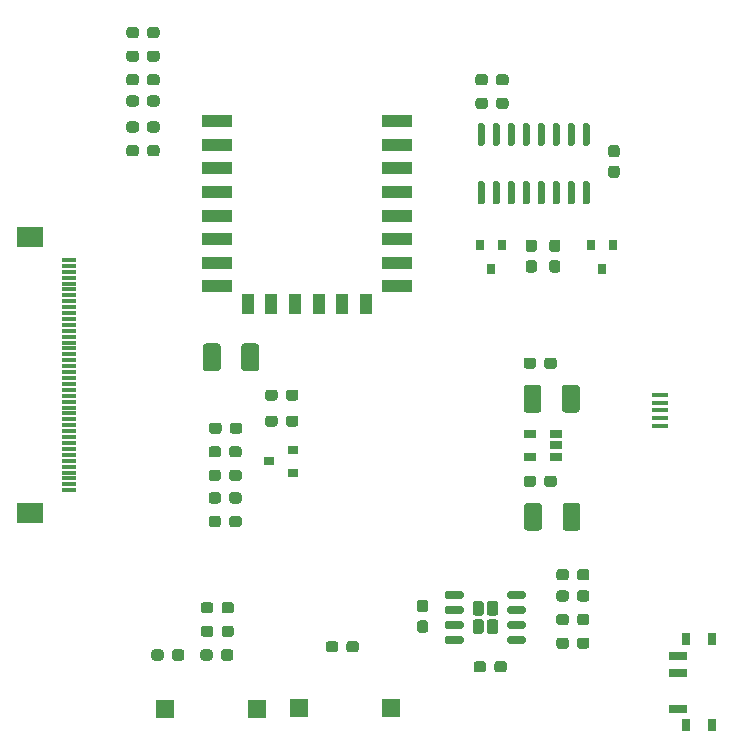
<source format=gbr>
%TF.GenerationSoftware,KiCad,Pcbnew,(5.1.6)-1*%
%TF.CreationDate,2020-08-30T19:00:44+08:00*%
%TF.ProjectId,tftesp8266,74667465-7370-4383-9236-362e6b696361,rev?*%
%TF.SameCoordinates,Original*%
%TF.FileFunction,Paste,Top*%
%TF.FilePolarity,Positive*%
%FSLAX46Y46*%
G04 Gerber Fmt 4.6, Leading zero omitted, Abs format (unit mm)*
G04 Created by KiCad (PCBNEW (5.1.6)-1) date 2020-08-30 19:00:44*
%MOMM*%
%LPD*%
G01*
G04 APERTURE LIST*
%ADD10R,0.800000X1.000000*%
%ADD11R,1.500000X0.700000*%
%ADD12R,0.900000X0.800000*%
%ADD13R,0.800000X0.900000*%
%ADD14R,2.500000X1.000000*%
%ADD15R,1.000000X1.800000*%
%ADD16R,1.060000X0.650000*%
%ADD17R,1.500000X1.500000*%
%ADD18R,1.300000X0.300000*%
%ADD19R,2.200000X1.800000*%
%ADD20R,1.350000X0.400000*%
G04 APERTURE END LIST*
D10*
%TO.C,SW3*%
X189090000Y-115650000D03*
X189090000Y-108350000D03*
X191300000Y-108350000D03*
X191300000Y-115650000D03*
D11*
X188440000Y-109750000D03*
X188440000Y-111250000D03*
X188440000Y-114250000D03*
%TD*%
D12*
%TO.C,Q3*%
X153800000Y-93300000D03*
X155800000Y-92350000D03*
X155800000Y-94250000D03*
%TD*%
D13*
%TO.C,Q2*%
X172600000Y-77000000D03*
X171650000Y-75000000D03*
X173550000Y-75000000D03*
%TD*%
%TO.C,Q1*%
X182000000Y-77000000D03*
X181050000Y-75000000D03*
X182950000Y-75000000D03*
%TD*%
D14*
%TO.C,U4*%
X164600000Y-64500000D03*
X164600000Y-66500000D03*
X164600000Y-68500000D03*
X164600000Y-70500000D03*
X164600000Y-72500000D03*
X164600000Y-74500000D03*
X164600000Y-76500000D03*
X164600000Y-78500000D03*
D15*
X162000000Y-80000000D03*
X160000000Y-80000000D03*
X158000000Y-80000000D03*
X156000000Y-80000000D03*
X154000000Y-80000000D03*
X152000000Y-80000000D03*
D14*
X149400000Y-78500000D03*
X149400000Y-76500000D03*
X149400000Y-74500000D03*
X149400000Y-72500000D03*
X149400000Y-70500000D03*
X149400000Y-68500000D03*
X149400000Y-66500000D03*
X149400000Y-64500000D03*
%TD*%
%TO.C,U3*%
G36*
G01*
X180495000Y-69600000D02*
X180795000Y-69600000D01*
G75*
G02*
X180945000Y-69750000I0J-150000D01*
G01*
X180945000Y-71400000D01*
G75*
G02*
X180795000Y-71550000I-150000J0D01*
G01*
X180495000Y-71550000D01*
G75*
G02*
X180345000Y-71400000I0J150000D01*
G01*
X180345000Y-69750000D01*
G75*
G02*
X180495000Y-69600000I150000J0D01*
G01*
G37*
G36*
G01*
X179225000Y-69600000D02*
X179525000Y-69600000D01*
G75*
G02*
X179675000Y-69750000I0J-150000D01*
G01*
X179675000Y-71400000D01*
G75*
G02*
X179525000Y-71550000I-150000J0D01*
G01*
X179225000Y-71550000D01*
G75*
G02*
X179075000Y-71400000I0J150000D01*
G01*
X179075000Y-69750000D01*
G75*
G02*
X179225000Y-69600000I150000J0D01*
G01*
G37*
G36*
G01*
X177955000Y-69600000D02*
X178255000Y-69600000D01*
G75*
G02*
X178405000Y-69750000I0J-150000D01*
G01*
X178405000Y-71400000D01*
G75*
G02*
X178255000Y-71550000I-150000J0D01*
G01*
X177955000Y-71550000D01*
G75*
G02*
X177805000Y-71400000I0J150000D01*
G01*
X177805000Y-69750000D01*
G75*
G02*
X177955000Y-69600000I150000J0D01*
G01*
G37*
G36*
G01*
X176685000Y-69600000D02*
X176985000Y-69600000D01*
G75*
G02*
X177135000Y-69750000I0J-150000D01*
G01*
X177135000Y-71400000D01*
G75*
G02*
X176985000Y-71550000I-150000J0D01*
G01*
X176685000Y-71550000D01*
G75*
G02*
X176535000Y-71400000I0J150000D01*
G01*
X176535000Y-69750000D01*
G75*
G02*
X176685000Y-69600000I150000J0D01*
G01*
G37*
G36*
G01*
X175415000Y-69600000D02*
X175715000Y-69600000D01*
G75*
G02*
X175865000Y-69750000I0J-150000D01*
G01*
X175865000Y-71400000D01*
G75*
G02*
X175715000Y-71550000I-150000J0D01*
G01*
X175415000Y-71550000D01*
G75*
G02*
X175265000Y-71400000I0J150000D01*
G01*
X175265000Y-69750000D01*
G75*
G02*
X175415000Y-69600000I150000J0D01*
G01*
G37*
G36*
G01*
X174145000Y-69600000D02*
X174445000Y-69600000D01*
G75*
G02*
X174595000Y-69750000I0J-150000D01*
G01*
X174595000Y-71400000D01*
G75*
G02*
X174445000Y-71550000I-150000J0D01*
G01*
X174145000Y-71550000D01*
G75*
G02*
X173995000Y-71400000I0J150000D01*
G01*
X173995000Y-69750000D01*
G75*
G02*
X174145000Y-69600000I150000J0D01*
G01*
G37*
G36*
G01*
X172875000Y-69600000D02*
X173175000Y-69600000D01*
G75*
G02*
X173325000Y-69750000I0J-150000D01*
G01*
X173325000Y-71400000D01*
G75*
G02*
X173175000Y-71550000I-150000J0D01*
G01*
X172875000Y-71550000D01*
G75*
G02*
X172725000Y-71400000I0J150000D01*
G01*
X172725000Y-69750000D01*
G75*
G02*
X172875000Y-69600000I150000J0D01*
G01*
G37*
G36*
G01*
X171605000Y-69600000D02*
X171905000Y-69600000D01*
G75*
G02*
X172055000Y-69750000I0J-150000D01*
G01*
X172055000Y-71400000D01*
G75*
G02*
X171905000Y-71550000I-150000J0D01*
G01*
X171605000Y-71550000D01*
G75*
G02*
X171455000Y-71400000I0J150000D01*
G01*
X171455000Y-69750000D01*
G75*
G02*
X171605000Y-69600000I150000J0D01*
G01*
G37*
G36*
G01*
X171605000Y-64650000D02*
X171905000Y-64650000D01*
G75*
G02*
X172055000Y-64800000I0J-150000D01*
G01*
X172055000Y-66450000D01*
G75*
G02*
X171905000Y-66600000I-150000J0D01*
G01*
X171605000Y-66600000D01*
G75*
G02*
X171455000Y-66450000I0J150000D01*
G01*
X171455000Y-64800000D01*
G75*
G02*
X171605000Y-64650000I150000J0D01*
G01*
G37*
G36*
G01*
X172875000Y-64650000D02*
X173175000Y-64650000D01*
G75*
G02*
X173325000Y-64800000I0J-150000D01*
G01*
X173325000Y-66450000D01*
G75*
G02*
X173175000Y-66600000I-150000J0D01*
G01*
X172875000Y-66600000D01*
G75*
G02*
X172725000Y-66450000I0J150000D01*
G01*
X172725000Y-64800000D01*
G75*
G02*
X172875000Y-64650000I150000J0D01*
G01*
G37*
G36*
G01*
X174145000Y-64650000D02*
X174445000Y-64650000D01*
G75*
G02*
X174595000Y-64800000I0J-150000D01*
G01*
X174595000Y-66450000D01*
G75*
G02*
X174445000Y-66600000I-150000J0D01*
G01*
X174145000Y-66600000D01*
G75*
G02*
X173995000Y-66450000I0J150000D01*
G01*
X173995000Y-64800000D01*
G75*
G02*
X174145000Y-64650000I150000J0D01*
G01*
G37*
G36*
G01*
X175415000Y-64650000D02*
X175715000Y-64650000D01*
G75*
G02*
X175865000Y-64800000I0J-150000D01*
G01*
X175865000Y-66450000D01*
G75*
G02*
X175715000Y-66600000I-150000J0D01*
G01*
X175415000Y-66600000D01*
G75*
G02*
X175265000Y-66450000I0J150000D01*
G01*
X175265000Y-64800000D01*
G75*
G02*
X175415000Y-64650000I150000J0D01*
G01*
G37*
G36*
G01*
X176685000Y-64650000D02*
X176985000Y-64650000D01*
G75*
G02*
X177135000Y-64800000I0J-150000D01*
G01*
X177135000Y-66450000D01*
G75*
G02*
X176985000Y-66600000I-150000J0D01*
G01*
X176685000Y-66600000D01*
G75*
G02*
X176535000Y-66450000I0J150000D01*
G01*
X176535000Y-64800000D01*
G75*
G02*
X176685000Y-64650000I150000J0D01*
G01*
G37*
G36*
G01*
X177955000Y-64650000D02*
X178255000Y-64650000D01*
G75*
G02*
X178405000Y-64800000I0J-150000D01*
G01*
X178405000Y-66450000D01*
G75*
G02*
X178255000Y-66600000I-150000J0D01*
G01*
X177955000Y-66600000D01*
G75*
G02*
X177805000Y-66450000I0J150000D01*
G01*
X177805000Y-64800000D01*
G75*
G02*
X177955000Y-64650000I150000J0D01*
G01*
G37*
G36*
G01*
X179225000Y-64650000D02*
X179525000Y-64650000D01*
G75*
G02*
X179675000Y-64800000I0J-150000D01*
G01*
X179675000Y-66450000D01*
G75*
G02*
X179525000Y-66600000I-150000J0D01*
G01*
X179225000Y-66600000D01*
G75*
G02*
X179075000Y-66450000I0J150000D01*
G01*
X179075000Y-64800000D01*
G75*
G02*
X179225000Y-64650000I150000J0D01*
G01*
G37*
G36*
G01*
X180495000Y-64650000D02*
X180795000Y-64650000D01*
G75*
G02*
X180945000Y-64800000I0J-150000D01*
G01*
X180945000Y-66450000D01*
G75*
G02*
X180795000Y-66600000I-150000J0D01*
G01*
X180495000Y-66600000D01*
G75*
G02*
X180345000Y-66450000I0J150000D01*
G01*
X180345000Y-64800000D01*
G75*
G02*
X180495000Y-64650000I150000J0D01*
G01*
G37*
%TD*%
%TO.C,U2*%
G36*
G01*
X172230000Y-107682501D02*
X172230000Y-106917501D01*
G75*
G02*
X172472500Y-106675001I242500J0D01*
G01*
X172957500Y-106675001D01*
G75*
G02*
X173200000Y-106917501I0J-242500D01*
G01*
X173200000Y-107682501D01*
G75*
G02*
X172957500Y-107925001I-242500J0D01*
G01*
X172472500Y-107925001D01*
G75*
G02*
X172230000Y-107682501I0J242500D01*
G01*
G37*
G36*
G01*
X172230000Y-106132501D02*
X172230000Y-105367501D01*
G75*
G02*
X172472500Y-105125001I242500J0D01*
G01*
X172957500Y-105125001D01*
G75*
G02*
X173200000Y-105367501I0J-242500D01*
G01*
X173200000Y-106132501D01*
G75*
G02*
X172957500Y-106375001I-242500J0D01*
G01*
X172472500Y-106375001D01*
G75*
G02*
X172230000Y-106132501I0J242500D01*
G01*
G37*
G36*
G01*
X171030000Y-107682501D02*
X171030000Y-106917501D01*
G75*
G02*
X171272500Y-106675001I242500J0D01*
G01*
X171757500Y-106675001D01*
G75*
G02*
X172000000Y-106917501I0J-242500D01*
G01*
X172000000Y-107682501D01*
G75*
G02*
X171757500Y-107925001I-242500J0D01*
G01*
X171272500Y-107925001D01*
G75*
G02*
X171030000Y-107682501I0J242500D01*
G01*
G37*
G36*
G01*
X171030000Y-106132501D02*
X171030000Y-105367501D01*
G75*
G02*
X171272500Y-105125001I242500J0D01*
G01*
X171757500Y-105125001D01*
G75*
G02*
X172000000Y-105367501I0J-242500D01*
G01*
X172000000Y-106132501D01*
G75*
G02*
X171757500Y-106375001I-242500J0D01*
G01*
X171272500Y-106375001D01*
G75*
G02*
X171030000Y-106132501I0J242500D01*
G01*
G37*
G36*
G01*
X173965000Y-104770001D02*
X173965000Y-104470001D01*
G75*
G02*
X174115000Y-104320001I150000J0D01*
G01*
X175415000Y-104320001D01*
G75*
G02*
X175565000Y-104470001I0J-150000D01*
G01*
X175565000Y-104770001D01*
G75*
G02*
X175415000Y-104920001I-150000J0D01*
G01*
X174115000Y-104920001D01*
G75*
G02*
X173965000Y-104770001I0J150000D01*
G01*
G37*
G36*
G01*
X173965000Y-106040001D02*
X173965000Y-105740001D01*
G75*
G02*
X174115000Y-105590001I150000J0D01*
G01*
X175415000Y-105590001D01*
G75*
G02*
X175565000Y-105740001I0J-150000D01*
G01*
X175565000Y-106040001D01*
G75*
G02*
X175415000Y-106190001I-150000J0D01*
G01*
X174115000Y-106190001D01*
G75*
G02*
X173965000Y-106040001I0J150000D01*
G01*
G37*
G36*
G01*
X173965000Y-107310001D02*
X173965000Y-107010001D01*
G75*
G02*
X174115000Y-106860001I150000J0D01*
G01*
X175415000Y-106860001D01*
G75*
G02*
X175565000Y-107010001I0J-150000D01*
G01*
X175565000Y-107310001D01*
G75*
G02*
X175415000Y-107460001I-150000J0D01*
G01*
X174115000Y-107460001D01*
G75*
G02*
X173965000Y-107310001I0J150000D01*
G01*
G37*
G36*
G01*
X173965000Y-108580001D02*
X173965000Y-108280001D01*
G75*
G02*
X174115000Y-108130001I150000J0D01*
G01*
X175415000Y-108130001D01*
G75*
G02*
X175565000Y-108280001I0J-150000D01*
G01*
X175565000Y-108580001D01*
G75*
G02*
X175415000Y-108730001I-150000J0D01*
G01*
X174115000Y-108730001D01*
G75*
G02*
X173965000Y-108580001I0J150000D01*
G01*
G37*
G36*
G01*
X168665000Y-108580001D02*
X168665000Y-108280001D01*
G75*
G02*
X168815000Y-108130001I150000J0D01*
G01*
X170115000Y-108130001D01*
G75*
G02*
X170265000Y-108280001I0J-150000D01*
G01*
X170265000Y-108580001D01*
G75*
G02*
X170115000Y-108730001I-150000J0D01*
G01*
X168815000Y-108730001D01*
G75*
G02*
X168665000Y-108580001I0J150000D01*
G01*
G37*
G36*
G01*
X168665000Y-107310001D02*
X168665000Y-107010001D01*
G75*
G02*
X168815000Y-106860001I150000J0D01*
G01*
X170115000Y-106860001D01*
G75*
G02*
X170265000Y-107010001I0J-150000D01*
G01*
X170265000Y-107310001D01*
G75*
G02*
X170115000Y-107460001I-150000J0D01*
G01*
X168815000Y-107460001D01*
G75*
G02*
X168665000Y-107310001I0J150000D01*
G01*
G37*
G36*
G01*
X168665000Y-106040001D02*
X168665000Y-105740001D01*
G75*
G02*
X168815000Y-105590001I150000J0D01*
G01*
X170115000Y-105590001D01*
G75*
G02*
X170265000Y-105740001I0J-150000D01*
G01*
X170265000Y-106040001D01*
G75*
G02*
X170115000Y-106190001I-150000J0D01*
G01*
X168815000Y-106190001D01*
G75*
G02*
X168665000Y-106040001I0J150000D01*
G01*
G37*
G36*
G01*
X168665000Y-104770001D02*
X168665000Y-104470001D01*
G75*
G02*
X168815000Y-104320001I150000J0D01*
G01*
X170115000Y-104320001D01*
G75*
G02*
X170265000Y-104470001I0J-150000D01*
G01*
X170265000Y-104770001D01*
G75*
G02*
X170115000Y-104920001I-150000J0D01*
G01*
X168815000Y-104920001D01*
G75*
G02*
X168665000Y-104770001I0J150000D01*
G01*
G37*
%TD*%
D16*
%TO.C,U1*%
X175905000Y-92900000D03*
X175905000Y-91000000D03*
X178105000Y-91000000D03*
X178105000Y-91950000D03*
X178105000Y-92900000D03*
%TD*%
D17*
%TO.C,SW2*%
X164100000Y-114200000D03*
X156300000Y-114200000D03*
%TD*%
%TO.C,SW1*%
X152800000Y-114300000D03*
X145000000Y-114300000D03*
%TD*%
%TO.C,R21*%
G36*
G01*
X150425000Y-94737500D02*
X150425000Y-94262500D01*
G75*
G02*
X150662500Y-94025000I237500J0D01*
G01*
X151237500Y-94025000D01*
G75*
G02*
X151475000Y-94262500I0J-237500D01*
G01*
X151475000Y-94737500D01*
G75*
G02*
X151237500Y-94975000I-237500J0D01*
G01*
X150662500Y-94975000D01*
G75*
G02*
X150425000Y-94737500I0J237500D01*
G01*
G37*
G36*
G01*
X148675000Y-94737500D02*
X148675000Y-94262500D01*
G75*
G02*
X148912500Y-94025000I237500J0D01*
G01*
X149487500Y-94025000D01*
G75*
G02*
X149725000Y-94262500I0J-237500D01*
G01*
X149725000Y-94737500D01*
G75*
G02*
X149487500Y-94975000I-237500J0D01*
G01*
X148912500Y-94975000D01*
G75*
G02*
X148675000Y-94737500I0J237500D01*
G01*
G37*
%TD*%
%TO.C,R20*%
G36*
G01*
X150425000Y-92737500D02*
X150425000Y-92262500D01*
G75*
G02*
X150662500Y-92025000I237500J0D01*
G01*
X151237500Y-92025000D01*
G75*
G02*
X151475000Y-92262500I0J-237500D01*
G01*
X151475000Y-92737500D01*
G75*
G02*
X151237500Y-92975000I-237500J0D01*
G01*
X150662500Y-92975000D01*
G75*
G02*
X150425000Y-92737500I0J237500D01*
G01*
G37*
G36*
G01*
X148675000Y-92737500D02*
X148675000Y-92262500D01*
G75*
G02*
X148912500Y-92025000I237500J0D01*
G01*
X149487500Y-92025000D01*
G75*
G02*
X149725000Y-92262500I0J-237500D01*
G01*
X149725000Y-92737500D01*
G75*
G02*
X149487500Y-92975000I-237500J0D01*
G01*
X148912500Y-92975000D01*
G75*
G02*
X148675000Y-92737500I0J237500D01*
G01*
G37*
%TD*%
%TO.C,R19*%
G36*
G01*
X150475000Y-90737500D02*
X150475000Y-90262500D01*
G75*
G02*
X150712500Y-90025000I237500J0D01*
G01*
X151287500Y-90025000D01*
G75*
G02*
X151525000Y-90262500I0J-237500D01*
G01*
X151525000Y-90737500D01*
G75*
G02*
X151287500Y-90975000I-237500J0D01*
G01*
X150712500Y-90975000D01*
G75*
G02*
X150475000Y-90737500I0J237500D01*
G01*
G37*
G36*
G01*
X148725000Y-90737500D02*
X148725000Y-90262500D01*
G75*
G02*
X148962500Y-90025000I237500J0D01*
G01*
X149537500Y-90025000D01*
G75*
G02*
X149775000Y-90262500I0J-237500D01*
G01*
X149775000Y-90737500D01*
G75*
G02*
X149537500Y-90975000I-237500J0D01*
G01*
X148962500Y-90975000D01*
G75*
G02*
X148725000Y-90737500I0J237500D01*
G01*
G37*
%TD*%
%TO.C,R18*%
G36*
G01*
X154525000Y-87462500D02*
X154525000Y-87937500D01*
G75*
G02*
X154287500Y-88175000I-237500J0D01*
G01*
X153712500Y-88175000D01*
G75*
G02*
X153475000Y-87937500I0J237500D01*
G01*
X153475000Y-87462500D01*
G75*
G02*
X153712500Y-87225000I237500J0D01*
G01*
X154287500Y-87225000D01*
G75*
G02*
X154525000Y-87462500I0J-237500D01*
G01*
G37*
G36*
G01*
X156275000Y-87462500D02*
X156275000Y-87937500D01*
G75*
G02*
X156037500Y-88175000I-237500J0D01*
G01*
X155462500Y-88175000D01*
G75*
G02*
X155225000Y-87937500I0J237500D01*
G01*
X155225000Y-87462500D01*
G75*
G02*
X155462500Y-87225000I237500J0D01*
G01*
X156037500Y-87225000D01*
G75*
G02*
X156275000Y-87462500I0J-237500D01*
G01*
G37*
%TD*%
%TO.C,R17*%
G36*
G01*
X154525000Y-89662500D02*
X154525000Y-90137500D01*
G75*
G02*
X154287500Y-90375000I-237500J0D01*
G01*
X153712500Y-90375000D01*
G75*
G02*
X153475000Y-90137500I0J237500D01*
G01*
X153475000Y-89662500D01*
G75*
G02*
X153712500Y-89425000I237500J0D01*
G01*
X154287500Y-89425000D01*
G75*
G02*
X154525000Y-89662500I0J-237500D01*
G01*
G37*
G36*
G01*
X156275000Y-89662500D02*
X156275000Y-90137500D01*
G75*
G02*
X156037500Y-90375000I-237500J0D01*
G01*
X155462500Y-90375000D01*
G75*
G02*
X155225000Y-90137500I0J237500D01*
G01*
X155225000Y-89662500D01*
G75*
G02*
X155462500Y-89425000I237500J0D01*
G01*
X156037500Y-89425000D01*
G75*
G02*
X156275000Y-89662500I0J-237500D01*
G01*
G37*
%TD*%
%TO.C,R16*%
G36*
G01*
X160350000Y-109237500D02*
X160350000Y-108762500D01*
G75*
G02*
X160587500Y-108525000I237500J0D01*
G01*
X161162500Y-108525000D01*
G75*
G02*
X161400000Y-108762500I0J-237500D01*
G01*
X161400000Y-109237500D01*
G75*
G02*
X161162500Y-109475000I-237500J0D01*
G01*
X160587500Y-109475000D01*
G75*
G02*
X160350000Y-109237500I0J237500D01*
G01*
G37*
G36*
G01*
X158600000Y-109237500D02*
X158600000Y-108762500D01*
G75*
G02*
X158837500Y-108525000I237500J0D01*
G01*
X159412500Y-108525000D01*
G75*
G02*
X159650000Y-108762500I0J-237500D01*
G01*
X159650000Y-109237500D01*
G75*
G02*
X159412500Y-109475000I-237500J0D01*
G01*
X158837500Y-109475000D01*
G75*
G02*
X158600000Y-109237500I0J237500D01*
G01*
G37*
%TD*%
%TO.C,R15*%
G36*
G01*
X178237500Y-75575000D02*
X177762500Y-75575000D01*
G75*
G02*
X177525000Y-75337500I0J237500D01*
G01*
X177525000Y-74762500D01*
G75*
G02*
X177762500Y-74525000I237500J0D01*
G01*
X178237500Y-74525000D01*
G75*
G02*
X178475000Y-74762500I0J-237500D01*
G01*
X178475000Y-75337500D01*
G75*
G02*
X178237500Y-75575000I-237500J0D01*
G01*
G37*
G36*
G01*
X178237500Y-77325000D02*
X177762500Y-77325000D01*
G75*
G02*
X177525000Y-77087500I0J237500D01*
G01*
X177525000Y-76512500D01*
G75*
G02*
X177762500Y-76275000I237500J0D01*
G01*
X178237500Y-76275000D01*
G75*
G02*
X178475000Y-76512500I0J-237500D01*
G01*
X178475000Y-77087500D01*
G75*
G02*
X178237500Y-77325000I-237500J0D01*
G01*
G37*
%TD*%
%TO.C,R14*%
G36*
G01*
X175762500Y-76275000D02*
X176237500Y-76275000D01*
G75*
G02*
X176475000Y-76512500I0J-237500D01*
G01*
X176475000Y-77087500D01*
G75*
G02*
X176237500Y-77325000I-237500J0D01*
G01*
X175762500Y-77325000D01*
G75*
G02*
X175525000Y-77087500I0J237500D01*
G01*
X175525000Y-76512500D01*
G75*
G02*
X175762500Y-76275000I237500J0D01*
G01*
G37*
G36*
G01*
X175762500Y-74525000D02*
X176237500Y-74525000D01*
G75*
G02*
X176475000Y-74762500I0J-237500D01*
G01*
X176475000Y-75337500D01*
G75*
G02*
X176237500Y-75575000I-237500J0D01*
G01*
X175762500Y-75575000D01*
G75*
G02*
X175525000Y-75337500I0J237500D01*
G01*
X175525000Y-74762500D01*
G75*
G02*
X175762500Y-74525000I237500J0D01*
G01*
G37*
%TD*%
%TO.C,R13*%
G36*
G01*
X145575000Y-109937500D02*
X145575000Y-109462500D01*
G75*
G02*
X145812500Y-109225000I237500J0D01*
G01*
X146387500Y-109225000D01*
G75*
G02*
X146625000Y-109462500I0J-237500D01*
G01*
X146625000Y-109937500D01*
G75*
G02*
X146387500Y-110175000I-237500J0D01*
G01*
X145812500Y-110175000D01*
G75*
G02*
X145575000Y-109937500I0J237500D01*
G01*
G37*
G36*
G01*
X143825000Y-109937500D02*
X143825000Y-109462500D01*
G75*
G02*
X144062500Y-109225000I237500J0D01*
G01*
X144637500Y-109225000D01*
G75*
G02*
X144875000Y-109462500I0J-237500D01*
G01*
X144875000Y-109937500D01*
G75*
G02*
X144637500Y-110175000I-237500J0D01*
G01*
X144062500Y-110175000D01*
G75*
G02*
X143825000Y-109937500I0J237500D01*
G01*
G37*
%TD*%
%TO.C,R12*%
G36*
G01*
X143475000Y-67237500D02*
X143475000Y-66762500D01*
G75*
G02*
X143712500Y-66525000I237500J0D01*
G01*
X144287500Y-66525000D01*
G75*
G02*
X144525000Y-66762500I0J-237500D01*
G01*
X144525000Y-67237500D01*
G75*
G02*
X144287500Y-67475000I-237500J0D01*
G01*
X143712500Y-67475000D01*
G75*
G02*
X143475000Y-67237500I0J237500D01*
G01*
G37*
G36*
G01*
X141725000Y-67237500D02*
X141725000Y-66762500D01*
G75*
G02*
X141962500Y-66525000I237500J0D01*
G01*
X142537500Y-66525000D01*
G75*
G02*
X142775000Y-66762500I0J-237500D01*
G01*
X142775000Y-67237500D01*
G75*
G02*
X142537500Y-67475000I-237500J0D01*
G01*
X141962500Y-67475000D01*
G75*
G02*
X141725000Y-67237500I0J237500D01*
G01*
G37*
%TD*%
%TO.C,R11*%
G36*
G01*
X143475000Y-61237500D02*
X143475000Y-60762500D01*
G75*
G02*
X143712500Y-60525000I237500J0D01*
G01*
X144287500Y-60525000D01*
G75*
G02*
X144525000Y-60762500I0J-237500D01*
G01*
X144525000Y-61237500D01*
G75*
G02*
X144287500Y-61475000I-237500J0D01*
G01*
X143712500Y-61475000D01*
G75*
G02*
X143475000Y-61237500I0J237500D01*
G01*
G37*
G36*
G01*
X141725000Y-61237500D02*
X141725000Y-60762500D01*
G75*
G02*
X141962500Y-60525000I237500J0D01*
G01*
X142537500Y-60525000D01*
G75*
G02*
X142775000Y-60762500I0J-237500D01*
G01*
X142775000Y-61237500D01*
G75*
G02*
X142537500Y-61475000I-237500J0D01*
G01*
X141962500Y-61475000D01*
G75*
G02*
X141725000Y-61237500I0J237500D01*
G01*
G37*
%TD*%
%TO.C,R10*%
G36*
G01*
X143475000Y-63037500D02*
X143475000Y-62562500D01*
G75*
G02*
X143712500Y-62325000I237500J0D01*
G01*
X144287500Y-62325000D01*
G75*
G02*
X144525000Y-62562500I0J-237500D01*
G01*
X144525000Y-63037500D01*
G75*
G02*
X144287500Y-63275000I-237500J0D01*
G01*
X143712500Y-63275000D01*
G75*
G02*
X143475000Y-63037500I0J237500D01*
G01*
G37*
G36*
G01*
X141725000Y-63037500D02*
X141725000Y-62562500D01*
G75*
G02*
X141962500Y-62325000I237500J0D01*
G01*
X142537500Y-62325000D01*
G75*
G02*
X142775000Y-62562500I0J-237500D01*
G01*
X142775000Y-63037500D01*
G75*
G02*
X142537500Y-63275000I-237500J0D01*
G01*
X141962500Y-63275000D01*
G75*
G02*
X141725000Y-63037500I0J237500D01*
G01*
G37*
%TD*%
%TO.C,R9*%
G36*
G01*
X143475000Y-59237500D02*
X143475000Y-58762500D01*
G75*
G02*
X143712500Y-58525000I237500J0D01*
G01*
X144287500Y-58525000D01*
G75*
G02*
X144525000Y-58762500I0J-237500D01*
G01*
X144525000Y-59237500D01*
G75*
G02*
X144287500Y-59475000I-237500J0D01*
G01*
X143712500Y-59475000D01*
G75*
G02*
X143475000Y-59237500I0J237500D01*
G01*
G37*
G36*
G01*
X141725000Y-59237500D02*
X141725000Y-58762500D01*
G75*
G02*
X141962500Y-58525000I237500J0D01*
G01*
X142537500Y-58525000D01*
G75*
G02*
X142775000Y-58762500I0J-237500D01*
G01*
X142775000Y-59237500D01*
G75*
G02*
X142537500Y-59475000I-237500J0D01*
G01*
X141962500Y-59475000D01*
G75*
G02*
X141725000Y-59237500I0J237500D01*
G01*
G37*
%TD*%
%TO.C,R8*%
G36*
G01*
X143475000Y-57237500D02*
X143475000Y-56762500D01*
G75*
G02*
X143712500Y-56525000I237500J0D01*
G01*
X144287500Y-56525000D01*
G75*
G02*
X144525000Y-56762500I0J-237500D01*
G01*
X144525000Y-57237500D01*
G75*
G02*
X144287500Y-57475000I-237500J0D01*
G01*
X143712500Y-57475000D01*
G75*
G02*
X143475000Y-57237500I0J237500D01*
G01*
G37*
G36*
G01*
X141725000Y-57237500D02*
X141725000Y-56762500D01*
G75*
G02*
X141962500Y-56525000I237500J0D01*
G01*
X142537500Y-56525000D01*
G75*
G02*
X142775000Y-56762500I0J-237500D01*
G01*
X142775000Y-57237500D01*
G75*
G02*
X142537500Y-57475000I-237500J0D01*
G01*
X141962500Y-57475000D01*
G75*
G02*
X141725000Y-57237500I0J237500D01*
G01*
G37*
%TD*%
%TO.C,R7*%
G36*
G01*
X149025000Y-109462500D02*
X149025000Y-109937500D01*
G75*
G02*
X148787500Y-110175000I-237500J0D01*
G01*
X148212500Y-110175000D01*
G75*
G02*
X147975000Y-109937500I0J237500D01*
G01*
X147975000Y-109462500D01*
G75*
G02*
X148212500Y-109225000I237500J0D01*
G01*
X148787500Y-109225000D01*
G75*
G02*
X149025000Y-109462500I0J-237500D01*
G01*
G37*
G36*
G01*
X150775000Y-109462500D02*
X150775000Y-109937500D01*
G75*
G02*
X150537500Y-110175000I-237500J0D01*
G01*
X149962500Y-110175000D01*
G75*
G02*
X149725000Y-109937500I0J237500D01*
G01*
X149725000Y-109462500D01*
G75*
G02*
X149962500Y-109225000I237500J0D01*
G01*
X150537500Y-109225000D01*
G75*
G02*
X150775000Y-109462500I0J-237500D01*
G01*
G37*
%TD*%
%TO.C,R6*%
G36*
G01*
X149775000Y-105937500D02*
X149775000Y-105462500D01*
G75*
G02*
X150012500Y-105225000I237500J0D01*
G01*
X150587500Y-105225000D01*
G75*
G02*
X150825000Y-105462500I0J-237500D01*
G01*
X150825000Y-105937500D01*
G75*
G02*
X150587500Y-106175000I-237500J0D01*
G01*
X150012500Y-106175000D01*
G75*
G02*
X149775000Y-105937500I0J237500D01*
G01*
G37*
G36*
G01*
X148025000Y-105937500D02*
X148025000Y-105462500D01*
G75*
G02*
X148262500Y-105225000I237500J0D01*
G01*
X148837500Y-105225000D01*
G75*
G02*
X149075000Y-105462500I0J-237500D01*
G01*
X149075000Y-105937500D01*
G75*
G02*
X148837500Y-106175000I-237500J0D01*
G01*
X148262500Y-106175000D01*
G75*
G02*
X148025000Y-105937500I0J237500D01*
G01*
G37*
%TD*%
%TO.C,R5*%
G36*
G01*
X179875000Y-103137500D02*
X179875000Y-102662500D01*
G75*
G02*
X180112500Y-102425000I237500J0D01*
G01*
X180687500Y-102425000D01*
G75*
G02*
X180925000Y-102662500I0J-237500D01*
G01*
X180925000Y-103137500D01*
G75*
G02*
X180687500Y-103375000I-237500J0D01*
G01*
X180112500Y-103375000D01*
G75*
G02*
X179875000Y-103137500I0J237500D01*
G01*
G37*
G36*
G01*
X178125000Y-103137500D02*
X178125000Y-102662500D01*
G75*
G02*
X178362500Y-102425000I237500J0D01*
G01*
X178937500Y-102425000D01*
G75*
G02*
X179175000Y-102662500I0J-237500D01*
G01*
X179175000Y-103137500D01*
G75*
G02*
X178937500Y-103375000I-237500J0D01*
G01*
X178362500Y-103375000D01*
G75*
G02*
X178125000Y-103137500I0J237500D01*
G01*
G37*
%TD*%
%TO.C,R4*%
G36*
G01*
X179875000Y-104937500D02*
X179875000Y-104462500D01*
G75*
G02*
X180112500Y-104225000I237500J0D01*
G01*
X180687500Y-104225000D01*
G75*
G02*
X180925000Y-104462500I0J-237500D01*
G01*
X180925000Y-104937500D01*
G75*
G02*
X180687500Y-105175000I-237500J0D01*
G01*
X180112500Y-105175000D01*
G75*
G02*
X179875000Y-104937500I0J237500D01*
G01*
G37*
G36*
G01*
X178125000Y-104937500D02*
X178125000Y-104462500D01*
G75*
G02*
X178362500Y-104225000I237500J0D01*
G01*
X178937500Y-104225000D01*
G75*
G02*
X179175000Y-104462500I0J-237500D01*
G01*
X179175000Y-104937500D01*
G75*
G02*
X178937500Y-105175000I-237500J0D01*
G01*
X178362500Y-105175000D01*
G75*
G02*
X178125000Y-104937500I0J237500D01*
G01*
G37*
%TD*%
%TO.C,R3*%
G36*
G01*
X172325000Y-62762500D02*
X172325000Y-63237500D01*
G75*
G02*
X172087500Y-63475000I-237500J0D01*
G01*
X171512500Y-63475000D01*
G75*
G02*
X171275000Y-63237500I0J237500D01*
G01*
X171275000Y-62762500D01*
G75*
G02*
X171512500Y-62525000I237500J0D01*
G01*
X172087500Y-62525000D01*
G75*
G02*
X172325000Y-62762500I0J-237500D01*
G01*
G37*
G36*
G01*
X174075000Y-62762500D02*
X174075000Y-63237500D01*
G75*
G02*
X173837500Y-63475000I-237500J0D01*
G01*
X173262500Y-63475000D01*
G75*
G02*
X173025000Y-63237500I0J237500D01*
G01*
X173025000Y-62762500D01*
G75*
G02*
X173262500Y-62525000I237500J0D01*
G01*
X173837500Y-62525000D01*
G75*
G02*
X174075000Y-62762500I0J-237500D01*
G01*
G37*
%TD*%
%TO.C,R2*%
G36*
G01*
X172325000Y-60762500D02*
X172325000Y-61237500D01*
G75*
G02*
X172087500Y-61475000I-237500J0D01*
G01*
X171512500Y-61475000D01*
G75*
G02*
X171275000Y-61237500I0J237500D01*
G01*
X171275000Y-60762500D01*
G75*
G02*
X171512500Y-60525000I237500J0D01*
G01*
X172087500Y-60525000D01*
G75*
G02*
X172325000Y-60762500I0J-237500D01*
G01*
G37*
G36*
G01*
X174075000Y-60762500D02*
X174075000Y-61237500D01*
G75*
G02*
X173837500Y-61475000I-237500J0D01*
G01*
X173262500Y-61475000D01*
G75*
G02*
X173025000Y-61237500I0J237500D01*
G01*
X173025000Y-60762500D01*
G75*
G02*
X173262500Y-60525000I237500J0D01*
G01*
X173837500Y-60525000D01*
G75*
G02*
X174075000Y-60762500I0J-237500D01*
G01*
G37*
%TD*%
%TO.C,R1*%
G36*
G01*
X166562500Y-106775000D02*
X167037500Y-106775000D01*
G75*
G02*
X167275000Y-107012500I0J-237500D01*
G01*
X167275000Y-107587500D01*
G75*
G02*
X167037500Y-107825000I-237500J0D01*
G01*
X166562500Y-107825000D01*
G75*
G02*
X166325000Y-107587500I0J237500D01*
G01*
X166325000Y-107012500D01*
G75*
G02*
X166562500Y-106775000I237500J0D01*
G01*
G37*
G36*
G01*
X166562500Y-105025000D02*
X167037500Y-105025000D01*
G75*
G02*
X167275000Y-105262500I0J-237500D01*
G01*
X167275000Y-105837500D01*
G75*
G02*
X167037500Y-106075000I-237500J0D01*
G01*
X166562500Y-106075000D01*
G75*
G02*
X166325000Y-105837500I0J237500D01*
G01*
X166325000Y-105262500D01*
G75*
G02*
X166562500Y-105025000I237500J0D01*
G01*
G37*
%TD*%
D18*
%TO.C,J2*%
X136850000Y-95750000D03*
X136850000Y-95250000D03*
X136850000Y-94750000D03*
X136850000Y-94250000D03*
X136850000Y-93750000D03*
X136850000Y-93250000D03*
X136850000Y-92750000D03*
X136850000Y-92250000D03*
X136850000Y-91750000D03*
X136850000Y-91250000D03*
X136850000Y-90750000D03*
X136850000Y-90250000D03*
X136850000Y-89750000D03*
X136850000Y-89250000D03*
X136850000Y-88750000D03*
X136850000Y-88250000D03*
X136850000Y-87750000D03*
X136850000Y-87250000D03*
X136850000Y-86750000D03*
X136850000Y-86250000D03*
X136850000Y-85750000D03*
X136850000Y-85250000D03*
X136850000Y-84750000D03*
X136850000Y-84250000D03*
X136850000Y-83750000D03*
X136850000Y-83250000D03*
X136850000Y-82750000D03*
X136850000Y-82250000D03*
X136850000Y-81750000D03*
X136850000Y-81250000D03*
X136850000Y-80750000D03*
X136850000Y-80250000D03*
X136850000Y-79750000D03*
X136850000Y-79250000D03*
X136850000Y-78750000D03*
X136850000Y-78250000D03*
X136850000Y-77750000D03*
X136850000Y-77250000D03*
X136850000Y-76750000D03*
X136850000Y-76250000D03*
D19*
X133600000Y-74350000D03*
X133600000Y-97650000D03*
%TD*%
D20*
%TO.C,J1*%
X186937500Y-89000000D03*
X186937500Y-88350000D03*
X186937500Y-87700000D03*
X186937500Y-90300000D03*
X186937500Y-89650000D03*
%TD*%
%TO.C,D3*%
G36*
G01*
X149775000Y-107937500D02*
X149775000Y-107462500D01*
G75*
G02*
X150012500Y-107225000I237500J0D01*
G01*
X150587500Y-107225000D01*
G75*
G02*
X150825000Y-107462500I0J-237500D01*
G01*
X150825000Y-107937500D01*
G75*
G02*
X150587500Y-108175000I-237500J0D01*
G01*
X150012500Y-108175000D01*
G75*
G02*
X149775000Y-107937500I0J237500D01*
G01*
G37*
G36*
G01*
X148025000Y-107937500D02*
X148025000Y-107462500D01*
G75*
G02*
X148262500Y-107225000I237500J0D01*
G01*
X148837500Y-107225000D01*
G75*
G02*
X149075000Y-107462500I0J-237500D01*
G01*
X149075000Y-107937500D01*
G75*
G02*
X148837500Y-108175000I-237500J0D01*
G01*
X148262500Y-108175000D01*
G75*
G02*
X148025000Y-107937500I0J237500D01*
G01*
G37*
%TD*%
%TO.C,D2*%
G36*
G01*
X179875000Y-108937500D02*
X179875000Y-108462500D01*
G75*
G02*
X180112500Y-108225000I237500J0D01*
G01*
X180687500Y-108225000D01*
G75*
G02*
X180925000Y-108462500I0J-237500D01*
G01*
X180925000Y-108937500D01*
G75*
G02*
X180687500Y-109175000I-237500J0D01*
G01*
X180112500Y-109175000D01*
G75*
G02*
X179875000Y-108937500I0J237500D01*
G01*
G37*
G36*
G01*
X178125000Y-108937500D02*
X178125000Y-108462500D01*
G75*
G02*
X178362500Y-108225000I237500J0D01*
G01*
X178937500Y-108225000D01*
G75*
G02*
X179175000Y-108462500I0J-237500D01*
G01*
X179175000Y-108937500D01*
G75*
G02*
X178937500Y-109175000I-237500J0D01*
G01*
X178362500Y-109175000D01*
G75*
G02*
X178125000Y-108937500I0J237500D01*
G01*
G37*
%TD*%
%TO.C,D1*%
G36*
G01*
X179875000Y-106937500D02*
X179875000Y-106462500D01*
G75*
G02*
X180112500Y-106225000I237500J0D01*
G01*
X180687500Y-106225000D01*
G75*
G02*
X180925000Y-106462500I0J-237500D01*
G01*
X180925000Y-106937500D01*
G75*
G02*
X180687500Y-107175000I-237500J0D01*
G01*
X180112500Y-107175000D01*
G75*
G02*
X179875000Y-106937500I0J237500D01*
G01*
G37*
G36*
G01*
X178125000Y-106937500D02*
X178125000Y-106462500D01*
G75*
G02*
X178362500Y-106225000I237500J0D01*
G01*
X178937500Y-106225000D01*
G75*
G02*
X179175000Y-106462500I0J-237500D01*
G01*
X179175000Y-106937500D01*
G75*
G02*
X178937500Y-107175000I-237500J0D01*
G01*
X178362500Y-107175000D01*
G75*
G02*
X178125000Y-106937500I0J237500D01*
G01*
G37*
%TD*%
%TO.C,C10*%
G36*
G01*
X149725000Y-98162500D02*
X149725000Y-98637500D01*
G75*
G02*
X149487500Y-98875000I-237500J0D01*
G01*
X148912500Y-98875000D01*
G75*
G02*
X148675000Y-98637500I0J237500D01*
G01*
X148675000Y-98162500D01*
G75*
G02*
X148912500Y-97925000I237500J0D01*
G01*
X149487500Y-97925000D01*
G75*
G02*
X149725000Y-98162500I0J-237500D01*
G01*
G37*
G36*
G01*
X151475000Y-98162500D02*
X151475000Y-98637500D01*
G75*
G02*
X151237500Y-98875000I-237500J0D01*
G01*
X150662500Y-98875000D01*
G75*
G02*
X150425000Y-98637500I0J237500D01*
G01*
X150425000Y-98162500D01*
G75*
G02*
X150662500Y-97925000I237500J0D01*
G01*
X151237500Y-97925000D01*
G75*
G02*
X151475000Y-98162500I0J-237500D01*
G01*
G37*
%TD*%
%TO.C,C9*%
G36*
G01*
X149725000Y-96162500D02*
X149725000Y-96637500D01*
G75*
G02*
X149487500Y-96875000I-237500J0D01*
G01*
X148912500Y-96875000D01*
G75*
G02*
X148675000Y-96637500I0J237500D01*
G01*
X148675000Y-96162500D01*
G75*
G02*
X148912500Y-95925000I237500J0D01*
G01*
X149487500Y-95925000D01*
G75*
G02*
X149725000Y-96162500I0J-237500D01*
G01*
G37*
G36*
G01*
X151475000Y-96162500D02*
X151475000Y-96637500D01*
G75*
G02*
X151237500Y-96875000I-237500J0D01*
G01*
X150662500Y-96875000D01*
G75*
G02*
X150425000Y-96637500I0J237500D01*
G01*
X150425000Y-96162500D01*
G75*
G02*
X150662500Y-95925000I237500J0D01*
G01*
X151237500Y-95925000D01*
G75*
G02*
X151475000Y-96162500I0J-237500D01*
G01*
G37*
%TD*%
%TO.C,C8*%
G36*
G01*
X151450000Y-85425000D02*
X151450000Y-83575000D01*
G75*
G02*
X151700000Y-83325000I250000J0D01*
G01*
X152700000Y-83325000D01*
G75*
G02*
X152950000Y-83575000I0J-250000D01*
G01*
X152950000Y-85425000D01*
G75*
G02*
X152700000Y-85675000I-250000J0D01*
G01*
X151700000Y-85675000D01*
G75*
G02*
X151450000Y-85425000I0J250000D01*
G01*
G37*
G36*
G01*
X148200000Y-85425000D02*
X148200000Y-83575000D01*
G75*
G02*
X148450000Y-83325000I250000J0D01*
G01*
X149450000Y-83325000D01*
G75*
G02*
X149700000Y-83575000I0J-250000D01*
G01*
X149700000Y-85425000D01*
G75*
G02*
X149450000Y-85675000I-250000J0D01*
G01*
X148450000Y-85675000D01*
G75*
G02*
X148200000Y-85425000I0J250000D01*
G01*
G37*
%TD*%
%TO.C,C7*%
G36*
G01*
X143475000Y-65237500D02*
X143475000Y-64762500D01*
G75*
G02*
X143712500Y-64525000I237500J0D01*
G01*
X144287500Y-64525000D01*
G75*
G02*
X144525000Y-64762500I0J-237500D01*
G01*
X144525000Y-65237500D01*
G75*
G02*
X144287500Y-65475000I-237500J0D01*
G01*
X143712500Y-65475000D01*
G75*
G02*
X143475000Y-65237500I0J237500D01*
G01*
G37*
G36*
G01*
X141725000Y-65237500D02*
X141725000Y-64762500D01*
G75*
G02*
X141962500Y-64525000I237500J0D01*
G01*
X142537500Y-64525000D01*
G75*
G02*
X142775000Y-64762500I0J-237500D01*
G01*
X142775000Y-65237500D01*
G75*
G02*
X142537500Y-65475000I-237500J0D01*
G01*
X141962500Y-65475000D01*
G75*
G02*
X141725000Y-65237500I0J237500D01*
G01*
G37*
%TD*%
%TO.C,C6*%
G36*
G01*
X177105000Y-95237500D02*
X177105000Y-94762500D01*
G75*
G02*
X177342500Y-94525000I237500J0D01*
G01*
X177917500Y-94525000D01*
G75*
G02*
X178155000Y-94762500I0J-237500D01*
G01*
X178155000Y-95237500D01*
G75*
G02*
X177917500Y-95475000I-237500J0D01*
G01*
X177342500Y-95475000D01*
G75*
G02*
X177105000Y-95237500I0J237500D01*
G01*
G37*
G36*
G01*
X175355000Y-95237500D02*
X175355000Y-94762500D01*
G75*
G02*
X175592500Y-94525000I237500J0D01*
G01*
X176167500Y-94525000D01*
G75*
G02*
X176405000Y-94762500I0J-237500D01*
G01*
X176405000Y-95237500D01*
G75*
G02*
X176167500Y-95475000I-237500J0D01*
G01*
X175592500Y-95475000D01*
G75*
G02*
X175355000Y-95237500I0J237500D01*
G01*
G37*
%TD*%
%TO.C,C5*%
G36*
G01*
X178650000Y-98925000D02*
X178650000Y-97075000D01*
G75*
G02*
X178900000Y-96825000I250000J0D01*
G01*
X179900000Y-96825000D01*
G75*
G02*
X180150000Y-97075000I0J-250000D01*
G01*
X180150000Y-98925000D01*
G75*
G02*
X179900000Y-99175000I-250000J0D01*
G01*
X178900000Y-99175000D01*
G75*
G02*
X178650000Y-98925000I0J250000D01*
G01*
G37*
G36*
G01*
X175400000Y-98925000D02*
X175400000Y-97075000D01*
G75*
G02*
X175650000Y-96825000I250000J0D01*
G01*
X176650000Y-96825000D01*
G75*
G02*
X176900000Y-97075000I0J-250000D01*
G01*
X176900000Y-98925000D01*
G75*
G02*
X176650000Y-99175000I-250000J0D01*
G01*
X175650000Y-99175000D01*
G75*
G02*
X175400000Y-98925000I0J250000D01*
G01*
G37*
%TD*%
%TO.C,C4*%
G36*
G01*
X183237500Y-67575000D02*
X182762500Y-67575000D01*
G75*
G02*
X182525000Y-67337500I0J237500D01*
G01*
X182525000Y-66762500D01*
G75*
G02*
X182762500Y-66525000I237500J0D01*
G01*
X183237500Y-66525000D01*
G75*
G02*
X183475000Y-66762500I0J-237500D01*
G01*
X183475000Y-67337500D01*
G75*
G02*
X183237500Y-67575000I-237500J0D01*
G01*
G37*
G36*
G01*
X183237500Y-69325000D02*
X182762500Y-69325000D01*
G75*
G02*
X182525000Y-69087500I0J237500D01*
G01*
X182525000Y-68512500D01*
G75*
G02*
X182762500Y-68275000I237500J0D01*
G01*
X183237500Y-68275000D01*
G75*
G02*
X183475000Y-68512500I0J-237500D01*
G01*
X183475000Y-69087500D01*
G75*
G02*
X183237500Y-69325000I-237500J0D01*
G01*
G37*
%TD*%
%TO.C,C3*%
G36*
G01*
X176405000Y-84762500D02*
X176405000Y-85237500D01*
G75*
G02*
X176167500Y-85475000I-237500J0D01*
G01*
X175592500Y-85475000D01*
G75*
G02*
X175355000Y-85237500I0J237500D01*
G01*
X175355000Y-84762500D01*
G75*
G02*
X175592500Y-84525000I237500J0D01*
G01*
X176167500Y-84525000D01*
G75*
G02*
X176405000Y-84762500I0J-237500D01*
G01*
G37*
G36*
G01*
X178155000Y-84762500D02*
X178155000Y-85237500D01*
G75*
G02*
X177917500Y-85475000I-237500J0D01*
G01*
X177342500Y-85475000D01*
G75*
G02*
X177105000Y-85237500I0J237500D01*
G01*
X177105000Y-84762500D01*
G75*
G02*
X177342500Y-84525000I237500J0D01*
G01*
X177917500Y-84525000D01*
G75*
G02*
X178155000Y-84762500I0J-237500D01*
G01*
G37*
%TD*%
%TO.C,C2*%
G36*
G01*
X172875000Y-110937500D02*
X172875000Y-110462500D01*
G75*
G02*
X173112500Y-110225000I237500J0D01*
G01*
X173687500Y-110225000D01*
G75*
G02*
X173925000Y-110462500I0J-237500D01*
G01*
X173925000Y-110937500D01*
G75*
G02*
X173687500Y-111175000I-237500J0D01*
G01*
X173112500Y-111175000D01*
G75*
G02*
X172875000Y-110937500I0J237500D01*
G01*
G37*
G36*
G01*
X171125000Y-110937500D02*
X171125000Y-110462500D01*
G75*
G02*
X171362500Y-110225000I237500J0D01*
G01*
X171937500Y-110225000D01*
G75*
G02*
X172175000Y-110462500I0J-237500D01*
G01*
X172175000Y-110937500D01*
G75*
G02*
X171937500Y-111175000I-237500J0D01*
G01*
X171362500Y-111175000D01*
G75*
G02*
X171125000Y-110937500I0J237500D01*
G01*
G37*
%TD*%
%TO.C,C1*%
G36*
G01*
X176850000Y-87075000D02*
X176850000Y-88925000D01*
G75*
G02*
X176600000Y-89175000I-250000J0D01*
G01*
X175600000Y-89175000D01*
G75*
G02*
X175350000Y-88925000I0J250000D01*
G01*
X175350000Y-87075000D01*
G75*
G02*
X175600000Y-86825000I250000J0D01*
G01*
X176600000Y-86825000D01*
G75*
G02*
X176850000Y-87075000I0J-250000D01*
G01*
G37*
G36*
G01*
X180100000Y-87075000D02*
X180100000Y-88925000D01*
G75*
G02*
X179850000Y-89175000I-250000J0D01*
G01*
X178850000Y-89175000D01*
G75*
G02*
X178600000Y-88925000I0J250000D01*
G01*
X178600000Y-87075000D01*
G75*
G02*
X178850000Y-86825000I250000J0D01*
G01*
X179850000Y-86825000D01*
G75*
G02*
X180100000Y-87075000I0J-250000D01*
G01*
G37*
%TD*%
M02*

</source>
